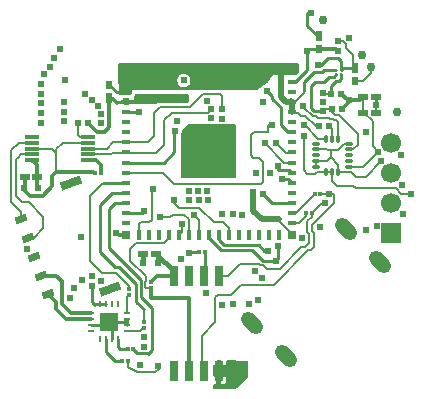
<source format=gtl>
G04 Layer: TopLayer*
G04 EasyEDA v6.5.22, 2023-01-25 14:37:09*
G04 a2e63df7a23446a2ae1eb019cd18a306,9a4ed40c0dd746429eaf55b84663d2fb,10*
G04 Gerber Generator version 0.2*
G04 Scale: 100 percent, Rotated: No, Reflected: No *
G04 Dimensions in inches *
G04 leading zeros omitted , absolute positions ,3 integer and 6 decimal *
%FSLAX36Y36*%
%MOIN*%

%AMMACRO1*21,1,$1,$2,0,0,$3*%
%AMMACRO2*4,1,4,-0.0079,0.0157,0.0079,0.0157,0.0079,-0.0157,-0.0079,-0.0157,-0.0079,0.0157,0*%
%AMMACRO3*4,1,4,-0.0079,0.0158,0.0079,0.0158,0.0079,-0.0158,-0.0079,-0.0158,-0.0079,0.0158,0*%
%AMMACRO4*1,1,$1,$2,$3*1,1,$1,$4,$5*20,1,$1,$2,$3,$4,$5,0*%
%ADD10C,0.0100*%
%ADD11C,0.0060*%
%ADD12C,0.0080*%
%ADD13C,0.0140*%
%ADD14C,0.0200*%
%ADD15C,0.0120*%
%ADD16C,0.0160*%
%ADD17C,0.0084*%
%ADD18C,0.0124*%
%ADD19C,0.0104*%
%ADD20C,0.0184*%
%ADD21C,0.0180*%
%ADD22C,0.0070*%
%ADD23R,0.0472X0.0472*%
%ADD24MACRO1,0.0213X0.0311X-90.0000*%
%ADD25MACRO1,0.0213X0.0223X90.0000*%
%ADD26MACRO1,0.0213X0.0223X0.0000*%
%ADD27R,0.0213X0.0223*%
%ADD28O,0.031495999999999996X0.011024*%
%ADD29O,0.011024X0.031495999999999996*%
%ADD30MACRO1,0.0128X0.0119X90.0000*%
%ADD31MACRO1,0.0128X0.0119X-90.0000*%
%ADD32MACRO1,0.0128X0.0119X0.0000*%
%ADD33R,0.0128X0.0119*%
%ADD34MACRO1,0.0128X0.0145X90.0000*%
%ADD35MACRO1,0.0213X0.0311X90.0000*%
%ADD36MACRO1,0.0394X0.0236X-159.9969*%
%ADD37MACRO1,0.0709X0.0276X-159.9991*%
%ADD38MACRO1,0.0709X0.0276X-160.0013*%
%ADD39MACRO1,0.0394X0.0236X-159.9987*%
%ADD40MACRO1,0.0394X0.0236X-159.9965*%
%ADD41MACRO1,0.0394X0.0236X-160.0006*%
%ADD42MACRO1,0.0394X0.0236X-159.9974*%
%ADD43R,0.0315X0.0315*%
%ADD44MACRO2*%
%ADD45R,0.0315X0.0158*%
%ADD46MACRO3*%
%ADD47R,0.0280X0.0685*%
%ADD48R,0.0236X0.0098*%
%ADD49R,0.0098X0.0236*%
%ADD50R,0.0591X0.0591*%
%ADD51MACRO1,0.0213X0.0311X0.0000*%
%ADD52R,0.0213X0.0311*%
%ADD53C,0.0079*%
%ADD54R,0.0512X0.0118*%
%ADD55MACRO4,0.0472X-0.0139X0.0139X0.0139X-0.0139*%
%ADD56C,0.0295*%
%ADD57R,0.0669X0.0669*%
%ADD58C,0.0669*%
%ADD59C,0.0240*%
%ADD60C,0.0139*%

%LPD*%
G36*
X-212520Y517220D02*
G01*
X-214040Y517500D01*
X-215340Y518360D01*
X-216220Y519680D01*
X-216540Y521200D01*
X-217180Y583720D01*
X-216800Y585860D01*
X-216800Y617820D01*
X-216500Y619360D01*
X-215620Y620660D01*
X-214340Y621520D01*
X-212800Y621820D01*
X381100Y621820D01*
X382640Y621520D01*
X383920Y620660D01*
X384799Y619360D01*
X385100Y617820D01*
X385100Y594720D01*
X384799Y593180D01*
X383920Y591880D01*
X376060Y584020D01*
X374780Y583180D01*
X373280Y582840D01*
X298720Y581900D01*
X297960Y581600D01*
X280620Y558360D01*
X279600Y557400D01*
X243700Y533940D01*
X242659Y533460D01*
X241520Y533300D01*
X123880Y533160D01*
X121460Y533340D01*
X65540Y533340D01*
X62920Y533060D01*
X-78980Y532880D01*
X-171780Y532100D01*
X-172180Y531700D01*
X-171920Y521599D01*
X-172180Y520040D01*
X-173039Y518700D01*
X-174340Y517800D01*
X-175880Y517460D01*
G37*

%LPC*%
G36*
X900Y542800D02*
G01*
X4760Y543160D01*
X8480Y544140D01*
X12000Y545800D01*
X15160Y548000D01*
X17900Y550720D01*
X20120Y553920D01*
X21740Y557400D01*
X22740Y561140D01*
X23080Y564980D01*
X22740Y568840D01*
X21740Y572600D01*
X20120Y576080D01*
X17900Y579280D01*
X15160Y582000D01*
X12000Y584200D01*
X8480Y585860D01*
X4760Y586840D01*
X900Y587200D01*
X-2960Y586840D01*
X-6680Y585860D01*
X-10200Y584200D01*
X-13360Y582000D01*
X-16100Y579280D01*
X-18320Y576080D01*
X-19940Y572600D01*
X-20940Y568840D01*
X-21280Y564980D01*
X-20940Y561140D01*
X-19940Y557400D01*
X-18320Y553920D01*
X-16100Y550720D01*
X-13360Y548000D01*
X-10200Y545800D01*
X-6680Y544140D01*
X-2960Y543160D01*
G37*

%LPD*%
G36*
X-196820Y483600D02*
G01*
X-198120Y483780D01*
X-199300Y484360D01*
X-200219Y485300D01*
X-208020Y485300D01*
X-209460Y485560D01*
X-210720Y486340D01*
X-211600Y487540D01*
X-212000Y488940D01*
X-212079Y490439D01*
X-211759Y494480D01*
X-211380Y495900D01*
X-210500Y497100D01*
X-209240Y497879D01*
X-207780Y498180D01*
X-200960Y498180D01*
X-200960Y503140D01*
X-200660Y504660D01*
X-199800Y505940D01*
X-198500Y506820D01*
X-196960Y507140D01*
X-184220Y507140D01*
X-182680Y506820D01*
X-181380Y505940D01*
X-180520Y504660D01*
X-180219Y503140D01*
X-180219Y498180D01*
X-164640Y498180D01*
X-164640Y499380D01*
X-164920Y501860D01*
X-165680Y504000D01*
X-166020Y504560D01*
X-166600Y506260D01*
X-166420Y508000D01*
X-165479Y509520D01*
X-163800Y511220D01*
X-162600Y513160D01*
X-161400Y516640D01*
X-160520Y517740D01*
X-159300Y518440D01*
X-157920Y518700D01*
X10900Y518700D01*
X12020Y518940D01*
X13779Y518880D01*
X15340Y518100D01*
X16420Y516700D01*
X16800Y514980D01*
X16800Y494980D01*
X16500Y493500D01*
X15680Y492220D01*
X14420Y491320D01*
X12940Y491000D01*
X2500Y490640D01*
X-79080Y490640D01*
X-82220Y490300D01*
X-85040Y489380D01*
X-87560Y487939D01*
X-88460Y487560D01*
X-89420Y487400D01*
X-160500Y484900D01*
X-161460Y484960D01*
X-162380Y485300D01*
X-181320Y485300D01*
X-182580Y484400D01*
X-184080Y484080D01*
G37*

%LPD*%
G36*
X-5100Y238700D02*
G01*
X-6640Y239000D01*
X-7920Y239880D01*
X-8800Y241180D01*
X-9100Y242680D01*
X-9100Y384720D01*
X-8720Y386400D01*
X-7560Y388920D01*
X-6560Y392640D01*
X-6220Y396560D01*
X-6000Y398260D01*
X-5060Y399720D01*
X12720Y417540D01*
X14020Y418380D01*
X15560Y418700D01*
X171400Y418700D01*
X172940Y418380D01*
X174220Y417540D01*
X175100Y416240D01*
X175400Y414700D01*
X175400Y242680D01*
X175100Y241180D01*
X174220Y239880D01*
X172940Y239000D01*
X171400Y238700D01*
G37*

%LPD*%
G36*
X103760Y-465580D02*
G01*
X102220Y-465280D01*
X100920Y-464440D01*
X100040Y-463140D01*
X99740Y-461599D01*
X99680Y-451180D01*
X99980Y-449660D01*
X100860Y-448340D01*
X102160Y-447460D01*
X103680Y-447160D01*
X107700Y-447160D01*
X107700Y-422340D01*
X103539Y-422340D01*
X102000Y-422020D01*
X100719Y-421180D01*
X99840Y-419880D01*
X99540Y-418360D01*
X99380Y-387080D01*
X99680Y-385540D01*
X100559Y-384260D01*
X101860Y-383360D01*
X103379Y-383080D01*
X107700Y-383080D01*
X107700Y-372540D01*
X108000Y-371000D01*
X108880Y-369700D01*
X110200Y-368820D01*
X111740Y-368540D01*
X122739Y-368680D01*
X124260Y-368960D01*
X125540Y-369860D01*
X126400Y-371160D01*
X126700Y-372660D01*
X126700Y-383080D01*
X141400Y-383080D01*
X141400Y-372920D01*
X141700Y-371380D01*
X142580Y-370080D01*
X143900Y-369200D01*
X145440Y-368940D01*
X210020Y-369660D01*
X211520Y-369960D01*
X212800Y-370820D01*
X213660Y-372080D01*
X213980Y-373579D01*
X214880Y-422260D01*
X214600Y-423780D01*
X213780Y-425100D01*
X186700Y-453980D01*
X181460Y-460460D01*
X180260Y-461440D01*
X178780Y-461900D01*
X169460Y-462900D01*
X146280Y-464560D01*
X123080Y-465480D01*
G37*

%LPC*%
G36*
X126700Y-447160D02*
G01*
X130980Y-447160D01*
X133460Y-446860D01*
X135620Y-446120D01*
X137540Y-444900D01*
X139160Y-443320D01*
X140360Y-441380D01*
X141120Y-439240D01*
X141400Y-436740D01*
X141400Y-422340D01*
X126700Y-422340D01*
G37*

%LPD*%
G36*
X81920Y411440D02*
G01*
X58300Y387819D01*
X58300Y364200D01*
X105540Y364200D01*
X105540Y411440D01*
G37*
D10*
X72209Y-7199D02*
G01*
X72209Y-83099D01*
X67200Y-88110D01*
X53189Y-7199D02*
G01*
X20599Y-7199D01*
X18499Y-9299D01*
D11*
X360619Y48730D02*
G01*
X360619Y53530D01*
X316920Y97229D01*
X316920Y101129D01*
D10*
X-246999Y505940D02*
G01*
X-237539Y505940D01*
X-221900Y490300D01*
X-220470Y491729D01*
X-190590Y491729D01*
X279819Y530830D02*
G01*
X296319Y514329D01*
X296319Y503130D01*
X324920Y474529D01*
X324920Y414830D01*
X348419Y391230D01*
X360619Y391230D01*
D12*
X360619Y123530D02*
G01*
X373919Y123530D01*
X437219Y186829D01*
X360619Y90030D02*
G01*
X384520Y90030D01*
X408620Y114130D01*
X408620Y122229D01*
X360619Y491630D02*
G01*
X370119Y491630D01*
X401019Y522530D01*
X401019Y532730D01*
D11*
X-107979Y-127170D02*
G01*
X-124380Y-127170D01*
X-126779Y-124769D01*
X-126480Y-87770D01*
X-177979Y-36570D01*
X-177979Y2229D01*
X-158079Y22130D01*
X-158079Y22629D02*
G01*
X-63379Y22629D01*
X-51279Y34729D01*
X-51279Y46329D01*
X-48879Y48730D01*
X599740Y456700D02*
G01*
X602699Y456700D01*
X630799Y428600D01*
X630799Y344800D01*
X649799Y325799D01*
X642619Y483629D02*
G01*
X642619Y456729D01*
X-15780Y139729D02*
G01*
X52919Y139729D01*
X100820Y91829D01*
X131517Y91829D01*
X151930Y71417D01*
X151930Y48719D01*
X-30600Y167500D02*
G01*
X-30600Y154499D01*
X-15799Y139699D01*
D12*
X427619Y122229D02*
G01*
X427619Y109429D01*
X412719Y94630D01*
X412719Y59830D01*
X419719Y52229D01*
X419719Y21329D01*
X406319Y7930D01*
X392820Y7930D01*
X321120Y-63769D01*
X277519Y-63769D01*
X265419Y-51669D01*
X253919Y-51669D01*
X251019Y-48769D01*
X188220Y-48769D01*
X148919Y-88070D01*
X117219Y-88070D01*
D11*
X62919Y-375970D02*
G01*
X62919Y-286069D01*
X106520Y-241970D01*
X106520Y-157970D01*
X114120Y-150670D01*
X159219Y-150670D01*
X192519Y-117370D01*
X300619Y-117370D01*
X416620Y-1370D01*
X425519Y-1370D01*
X436019Y9130D01*
X436019Y55030D01*
X428019Y63029D01*
X428019Y81030D01*
X449420Y102429D01*
D12*
X-189149Y-210210D02*
G01*
X-189149Y-158760D01*
X-181499Y-151109D01*
X-190590Y357770D02*
G01*
X-118541Y357770D01*
X-98280Y378031D01*
X-98280Y457429D01*
X-79282Y476428D01*
X22622Y476428D01*
X65321Y519130D01*
X121620Y519130D01*
X128720Y512029D01*
X128720Y468629D01*
X91719Y468130D02*
G01*
X80122Y456529D01*
X-39780Y456529D01*
X-64282Y432029D01*
X-64282Y350828D01*
X-90801Y324310D01*
X-190590Y324310D01*
X-15389Y48719D02*
G01*
X-4858Y59250D01*
X-4858Y86028D01*
D13*
X-223779Y56630D02*
G01*
X-215870Y48719D01*
X-190590Y48719D01*
D14*
X233000Y192100D02*
G01*
X233000Y128899D01*
X260770Y101129D01*
X316920Y101129D01*
D11*
X449420Y102429D02*
G01*
X473220Y126329D01*
X473220Y126329D01*
X502119Y155230D01*
X502119Y186430D01*
X486120Y186430D01*
D10*
X265298Y185498D02*
G01*
X293806Y156990D01*
X360590Y156990D01*
D11*
X271000Y355398D02*
G01*
X335550Y290850D01*
X360590Y290850D01*
X309399Y355198D02*
G01*
X340288Y324310D01*
X360590Y324310D01*
D12*
X427611Y122201D02*
G01*
X462910Y157500D01*
X470699Y157500D01*
X486099Y186399D02*
G01*
X485698Y186801D01*
X456211Y186801D01*
D15*
X17219Y-402669D02*
G01*
X17219Y-162170D01*
X-107979Y-162170D01*
X-107979Y-127170D01*
D16*
X-83699Y-44699D02*
G01*
X-83699Y-20740D01*
X-90839Y-13600D01*
D15*
X-107997Y-108189D02*
G01*
X-87917Y-88110D01*
X-32799Y-88110D01*
D12*
X-181500Y-132089D02*
G01*
X-181500Y-120552D01*
X-224081Y-77970D01*
X-270078Y-77970D01*
X-310380Y-37669D01*
X-310380Y179729D01*
X-268578Y221529D01*
D15*
X-295180Y254929D02*
G01*
X-301180Y260830D01*
X-423680Y260830D01*
D12*
X-189149Y-269270D02*
G01*
X-143667Y-269270D01*
X-134209Y-259810D01*
X-132798Y-259810D01*
D13*
X-486000Y207400D02*
G01*
X-486940Y208339D01*
X-486940Y244299D01*
X-530698Y207400D02*
G01*
X-529859Y208238D01*
X-529859Y244299D01*
X-486939Y244301D02*
G01*
X-486939Y283092D01*
X-499067Y295219D01*
X-503420Y295219D01*
D17*
X-268578Y221556D02*
G01*
X-266216Y223919D01*
X-190590Y223919D01*
X-133100Y129800D02*
G01*
X-139382Y123519D01*
X-190590Y123519D01*
D18*
X515100Y662660D02*
G01*
X508688Y669070D01*
X452821Y669070D01*
D19*
X411700Y661700D02*
G01*
X419070Y669070D01*
X452821Y669070D01*
X-247002Y548861D02*
G01*
X-223240Y525099D01*
X-190590Y525099D01*
D17*
X316099Y13800D02*
G01*
X316099Y-27800D01*
X307899Y-35999D01*
X282719Y-3369D02*
G01*
X269818Y-3369D01*
X250122Y16329D01*
X133617Y16329D01*
X118459Y31487D01*
X118459Y48719D01*
D20*
X360590Y458170D02*
G01*
X360590Y491368D01*
X357510Y494448D01*
X360590Y491630D02*
G01*
X340568Y491630D01*
X324198Y507998D01*
X324198Y594690D01*
X316171Y602721D01*
D17*
X642339Y510169D02*
G01*
X642339Y483861D01*
X642600Y483600D01*
D18*
X528739Y469800D02*
G01*
X550999Y492060D01*
X550999Y498899D01*
X526538Y520000D02*
G01*
X547638Y498899D01*
X550999Y498899D01*
X599418Y510169D02*
G01*
X588149Y498899D01*
X550999Y498899D01*
D21*
X-134300Y-43400D02*
G01*
X-133760Y-42860D01*
X-133760Y-13600D01*
D12*
X464200Y522300D02*
G01*
X466499Y520000D01*
X492461Y520000D01*
X463599Y461999D02*
G01*
X471400Y469800D01*
X494657Y469800D01*
X-149250Y48719D02*
G01*
X-149250Y84850D01*
X-142500Y91599D01*
X-113599Y91599D01*
X-105097Y100099D01*
X-105097Y197400D01*
X-100298Y202201D01*
D19*
X-190590Y458170D02*
G01*
X-149828Y458170D01*
X-147997Y460000D01*
D21*
X-32780Y-88070D02*
G01*
X-32780Y-71669D01*
X-90879Y-13569D01*
D17*
X360590Y223919D02*
G01*
X349908Y234600D01*
X327402Y234600D01*
X360590Y257379D02*
G01*
X352939Y265030D01*
X313418Y265030D01*
X313418Y279329D01*
D12*
X-132799Y-240790D02*
G01*
X-132799Y-198499D01*
D17*
X-190590Y190450D02*
G01*
X-239561Y190450D01*
X-279580Y150430D01*
X-279580Y-7069D01*
X-229678Y-56968D01*
X-213578Y-56968D01*
X-157480Y-113070D01*
X-157480Y-173771D01*
X-132777Y-198470D01*
X492420Y520030D02*
G01*
X492619Y546929D01*
X505720Y560030D01*
X524970Y584429D02*
G01*
X524970Y569870D01*
X517299Y562199D01*
X507889Y562199D01*
X505720Y560030D01*
X524970Y600169D02*
G01*
X530160Y605360D01*
X570500Y605360D01*
X524970Y623528D02*
G01*
X524970Y629130D01*
X515000Y639099D01*
X481499Y639099D01*
X458999Y616599D01*
X446999Y616599D01*
X-218750Y-298859D02*
G01*
X-218750Y-324349D01*
X-211599Y-331500D01*
X-186509Y-331500D01*
X-167480Y-331469D02*
G01*
X-153980Y-345270D01*
X-117080Y-345270D01*
X-304600Y-119800D02*
G01*
X-304600Y-175199D01*
X-296599Y-183200D01*
X-294149Y-180749D01*
X-277809Y-180749D01*
X-277809Y-180749D02*
G01*
X-258119Y-180749D01*
D15*
X-473990Y-86069D02*
G01*
X-424131Y-86069D01*
X-404800Y-105401D01*
X-404800Y-181102D01*
X-375630Y-210270D01*
X-307260Y-210270D01*
X-451099Y-148960D02*
G01*
X-424477Y-175581D01*
X-424477Y-197119D01*
X-391640Y-229960D01*
X-307260Y-229960D01*
D17*
X-238440Y-298859D02*
G01*
X-238440Y-249560D01*
X-248199Y-239800D01*
X-307259Y-249639D02*
G01*
X-258040Y-249639D01*
X-248199Y-239800D01*
X-189149Y-229900D02*
G01*
X-189149Y-249580D01*
X-189149Y-229900D02*
G01*
X-199049Y-239800D01*
X-248199Y-239800D01*
D12*
X-190590Y257379D02*
G01*
X-68531Y257379D01*
X-30982Y219830D01*
X259921Y219830D01*
X265122Y225030D01*
X265122Y292930D01*
X252318Y305828D01*
X232119Y305828D01*
X223519Y314429D01*
X223519Y383728D01*
X233519Y393728D01*
X281918Y393728D01*
X281918Y416428D01*
X295122Y416428D01*
D19*
X-28379Y396529D02*
G01*
X-32280Y392631D01*
X-32280Y325030D01*
X-66460Y290850D01*
X-190590Y290850D01*
D11*
X-77300Y108699D02*
G01*
X-43800Y108699D01*
X-35500Y116999D01*
X-35497Y117001D02*
G01*
X1201Y117001D01*
X16801Y101399D01*
X16801Y49987D01*
X18069Y48719D01*
D12*
X36201Y115999D02*
G01*
X51539Y100661D01*
X51539Y48719D01*
D17*
X509219Y584429D02*
G01*
X500320Y575529D01*
X485419Y575529D01*
X469619Y559729D01*
X438720Y559729D01*
X423819Y545030D01*
X423819Y473479D01*
X434200Y463099D01*
X462500Y463099D01*
X463599Y461999D01*
X460919Y593429D02*
G01*
X434719Y593429D01*
X401019Y559729D01*
X401019Y528220D01*
D12*
X599420Y510129D02*
G01*
X599719Y456729D01*
X485342Y412698D02*
G01*
X495399Y402640D01*
X495399Y369819D01*
D17*
X307899Y-35999D02*
G01*
X263900Y-35999D01*
X228099Y-199D01*
X125101Y-199D01*
X85000Y39902D01*
X85000Y48719D01*
D12*
X360590Y458170D02*
G01*
X363329Y455430D01*
X382919Y455430D01*
X391318Y447029D01*
X406620Y447029D01*
X440918Y412730D01*
X451220Y412730D01*
X398220Y480830D02*
G01*
X398220Y476829D01*
X430119Y444929D01*
X441719Y444929D01*
X449020Y437930D01*
X485720Y437930D01*
X487619Y436030D01*
X497719Y436030D01*
X501319Y432429D01*
X507719Y432429D01*
X515119Y425030D01*
X515119Y369830D01*
X649799Y325799D02*
G01*
X599329Y275329D01*
X550519Y275329D01*
X550519Y334389D02*
G01*
X565190Y334389D01*
X580900Y350099D01*
X580900Y385199D01*
X517500Y448600D01*
X504300Y448600D01*
X494679Y458220D01*
X494679Y469830D01*
X400720Y414429D02*
G01*
X403819Y414429D01*
X448519Y369830D01*
X475720Y369830D01*
X440280Y295019D02*
G01*
X440280Y275329D01*
X475709Y259589D02*
G01*
X495399Y259589D01*
X440320Y334429D02*
G01*
X514020Y333530D01*
X534619Y354029D01*
X550519Y354029D01*
X440280Y295019D02*
G01*
X477219Y295019D01*
X490513Y308312D01*
X490513Y333816D01*
X490513Y308312D02*
G01*
X515079Y283746D01*
X515079Y259589D01*
X495399Y259589D02*
G01*
X495399Y230099D01*
X511669Y213829D01*
X566620Y213829D01*
X575219Y205230D01*
X708119Y205230D01*
X725820Y187530D01*
X758519Y187530D01*
X400720Y380329D02*
G01*
X400419Y265529D01*
X412820Y253130D01*
X439819Y253130D01*
X446319Y259630D01*
X475720Y259630D01*
X659600Y295099D02*
G01*
X606999Y242500D01*
X575999Y242500D01*
X558909Y259589D01*
X515079Y259589D01*
D17*
X411698Y661700D02*
G01*
X411698Y599301D01*
X370959Y558559D01*
X360590Y558559D01*
D19*
X452820Y712029D02*
G01*
X446920Y712029D01*
X412719Y746230D01*
X412719Y790729D01*
X426220Y790729D01*
D12*
X570519Y562429D02*
G01*
X600019Y563429D01*
X625519Y588930D01*
X625519Y609130D01*
D17*
X509219Y600129D02*
G01*
X467719Y600129D01*
X460919Y593429D01*
X524970Y600169D02*
G01*
X524970Y623530D01*
D15*
X-317461Y423600D02*
G01*
X-287660Y393800D01*
X-261698Y393800D01*
X-246999Y408499D01*
X-246999Y505940D01*
D12*
X-542680Y102629D02*
G01*
X-542680Y126729D01*
X-573879Y158029D01*
X-573879Y331030D01*
X-547680Y357229D01*
X-503379Y357229D01*
X-503379Y317829D02*
G01*
X-541180Y317829D01*
X-552979Y307029D01*
X-557480Y302530D01*
X-557480Y179630D01*
X-537280Y159429D01*
X-516480Y159429D01*
X-466679Y109630D01*
X-466679Y72730D01*
X-499679Y39729D01*
X-519780Y39729D01*
X-351480Y423629D02*
G01*
X-351480Y383029D01*
X-345380Y376929D01*
X-318379Y376929D01*
X-318379Y357229D02*
G01*
X-400879Y357229D01*
X-423580Y334429D01*
X-423580Y322229D01*
X-438879Y337530D01*
X-503379Y337530D01*
X-423580Y322229D02*
G01*
X-423680Y260830D01*
D15*
X-423680Y260830D02*
G01*
X-438199Y246309D01*
X-438199Y211599D01*
X-468900Y180900D01*
X-513100Y180900D01*
X-530699Y198499D01*
X-530699Y207399D01*
X-273578Y254929D02*
G01*
X-273578Y281678D01*
X-290050Y298148D01*
X-318379Y298148D01*
D12*
X-190591Y324310D02*
G01*
X-233892Y324310D01*
X-240372Y317829D01*
X-318379Y317829D01*
X-190591Y357770D02*
G01*
X-236225Y357770D01*
X-256486Y337509D01*
X-318379Y337509D01*
D22*
X-186180Y-371069D02*
G01*
X-186080Y-389270D01*
X-180979Y-394369D01*
X-177880Y-394369D01*
X-175280Y-396970D01*
X-171580Y-396970D01*
X-168479Y-400070D01*
X-165280Y-400070D01*
X-161080Y-404270D01*
X-155479Y-404270D01*
X-155479Y-408870D01*
X-95380Y-408870D01*
X-83280Y-396770D01*
X-83280Y-387370D01*
D17*
X-258079Y-298870D02*
G01*
X-258079Y-339769D01*
X-226779Y-371069D01*
X-205180Y-371069D01*
X-117080Y-345970D02*
G01*
X-106580Y-335470D01*
X-106580Y-192970D01*
X-141679Y-157570D01*
X-141679Y-101970D01*
X-249780Y6030D01*
X-249780Y136630D01*
X-229380Y157029D01*
X-190579Y157029D01*
D12*
X515119Y696729D02*
G01*
X516819Y695030D01*
X533119Y695030D01*
X543019Y685129D01*
X543019Y671829D01*
X564619Y650230D01*
X564619Y605329D01*
X570519Y605329D01*
D23*
G01*
X81920Y327130D03*
G01*
X81920Y392089D03*
G01*
X146880Y392089D03*
G01*
X146880Y327130D03*
G01*
X146880Y262170D03*
G01*
X81920Y262170D03*
G01*
X16959Y262170D03*
G01*
X16959Y327130D03*
D24*
G01*
X599740Y456700D03*
G01*
X642659Y456700D03*
D25*
G01*
X485340Y412699D03*
G01*
X451259Y412699D03*
D26*
G01*
X400699Y414440D03*
D27*
G01*
X400699Y380360D03*
D28*
G01*
X550519Y275329D03*
G01*
X550519Y295019D03*
G01*
X550519Y314699D03*
G01*
X550519Y334389D03*
G01*
X550519Y354070D03*
D29*
G01*
X515079Y369819D03*
G01*
X495399Y369819D03*
G01*
X475709Y369819D03*
D28*
G01*
X440280Y354070D03*
G01*
X440280Y334389D03*
G01*
X440280Y314699D03*
G01*
X440280Y295019D03*
G01*
X440280Y275329D03*
D29*
G01*
X475709Y259589D03*
G01*
X495399Y259589D03*
G01*
X515079Y259589D03*
D24*
G01*
X599461Y510129D03*
G01*
X642379Y510129D03*
D25*
G01*
X528760Y469829D03*
G01*
X494679Y469829D03*
G01*
X526560Y520029D03*
G01*
X492479Y520029D03*
D30*
G01*
X-186190Y-371100D03*
G01*
X-205209Y-371100D03*
D25*
G01*
X-317439Y423630D03*
G01*
X-351520Y423630D03*
D30*
G01*
X427629Y122229D03*
G01*
X408609Y122229D03*
D31*
G01*
X53189Y-7200D03*
G01*
X72209Y-7200D03*
D30*
G01*
X456210Y186799D03*
G01*
X437190Y186799D03*
D32*
G01*
X-107999Y-127210D03*
D33*
G01*
X-108000Y-108189D03*
D34*
G01*
X-273604Y254899D03*
G01*
X-295196Y254899D03*
D32*
G01*
X-181500Y-132090D03*
D33*
G01*
X-181500Y-151109D03*
D32*
G01*
X-132800Y-240790D03*
D33*
G01*
X-132799Y-259810D03*
D30*
G01*
X-167489Y-331500D03*
G01*
X-186509Y-331500D03*
D35*
G01*
X-486940Y244300D03*
G01*
X-529858Y244300D03*
D36*
G01*
X-542662Y102595D03*
D37*
G01*
X-374354Y221477D03*
D38*
G01*
X-245757Y-131834D03*
D39*
G01*
X-519774Y39710D03*
D40*
G01*
X-496882Y-23182D03*
D41*
G01*
X-473994Y-86068D03*
D42*
G01*
X-451104Y-148961D03*
D43*
G01*
X-190590Y600000D03*
D44*
G01*
X-149254Y600000D03*
G01*
X-115785Y600000D03*
G01*
X-82325Y600000D03*
G01*
X-48854Y600000D03*
G01*
X-15395Y600000D03*
G01*
X18069Y600000D03*
G01*
X51534Y600000D03*
G01*
X118465Y600000D03*
G01*
X85000Y600000D03*
G01*
X151929Y600000D03*
G01*
X185394Y600000D03*
G01*
X218854Y600000D03*
G01*
X252324Y600000D03*
G01*
X285785Y600000D03*
G01*
X319254Y600000D03*
D43*
G01*
X360590Y600000D03*
D45*
G01*
X360590Y558659D03*
G01*
X360590Y525199D03*
G01*
X360590Y491729D03*
G01*
X360590Y458269D03*
G01*
X360590Y424800D03*
G01*
X360590Y391340D03*
G01*
X360590Y357869D03*
G01*
X360590Y324409D03*
G01*
X360590Y290949D03*
G01*
X360590Y257480D03*
G01*
X360590Y224020D03*
G01*
X360590Y190549D03*
G01*
X360590Y157089D03*
G01*
X360590Y123620D03*
G01*
X360590Y90160D03*
D43*
G01*
X360590Y48820D03*
D46*
G01*
X319254Y48819D03*
G01*
X285785Y48819D03*
G01*
X252324Y48819D03*
G01*
X218854Y48819D03*
G01*
X185394Y48819D03*
G01*
X151929Y48819D03*
G01*
X118465Y48819D03*
G01*
X85000Y48819D03*
G01*
X51534Y48819D03*
G01*
X18069Y48819D03*
G01*
X-15395Y48819D03*
G01*
X-48854Y48819D03*
G01*
X-82325Y48819D03*
G01*
X-115785Y48819D03*
G01*
X-149254Y48819D03*
D43*
G01*
X-190590Y48820D03*
D45*
G01*
X-190590Y90160D03*
G01*
X-190590Y123620D03*
G01*
X-190590Y157089D03*
G01*
X-190590Y190549D03*
G01*
X-190590Y224020D03*
G01*
X-190590Y257480D03*
G01*
X-190590Y290949D03*
G01*
X-190590Y324409D03*
G01*
X-190590Y357869D03*
G01*
X-190590Y391340D03*
G01*
X-190590Y424800D03*
G01*
X-190590Y458269D03*
G01*
X-190590Y491729D03*
G01*
X-190590Y558659D03*
G01*
X-190590Y525199D03*
D47*
G01*
X-32799Y-402699D03*
G01*
X17200Y-402699D03*
G01*
X67200Y-402699D03*
G01*
X117200Y-402699D03*
G01*
X117200Y-88110D03*
G01*
X67200Y-88110D03*
G01*
X17200Y-88110D03*
G01*
X-32799Y-88110D03*
D48*
G01*
X-189149Y-269270D03*
G01*
X-189149Y-249580D03*
G01*
X-189149Y-229900D03*
G01*
X-189149Y-210210D03*
D49*
G01*
X-218750Y-180749D03*
G01*
X-238440Y-180749D03*
G01*
X-258119Y-180749D03*
G01*
X-277809Y-180749D03*
D48*
G01*
X-307259Y-210270D03*
G01*
X-307259Y-229960D03*
G01*
X-307259Y-249639D03*
G01*
X-307259Y-269270D03*
D49*
G01*
X-277809Y-298859D03*
G01*
X-258119Y-298859D03*
G01*
X-238440Y-298859D03*
G01*
X-218750Y-298859D03*
D50*
G01*
X-248199Y-239800D03*
D51*
G01*
X-246999Y505940D03*
D52*
G01*
X-246999Y548859D03*
D51*
G01*
X452820Y711988D03*
D52*
G01*
X452820Y669070D03*
D35*
G01*
X-90841Y-13600D03*
G01*
X-133759Y-13600D03*
D51*
G01*
X570500Y605358D03*
D52*
G01*
X570500Y562440D03*
D26*
G01*
X515100Y662659D03*
D27*
G01*
X515100Y696739D03*
D53*
G01*
X509229Y600169D03*
G01*
X524970Y600169D03*
G01*
X509229Y584429D03*
G01*
X524970Y584429D03*
D54*
G01*
X-318379Y298150D03*
G01*
X-318379Y317829D03*
G01*
X-318379Y337509D03*
G01*
X-318379Y357199D03*
G01*
X-318379Y376889D03*
G01*
X-503420Y376880D03*
G01*
X-503420Y357199D03*
G01*
X-503420Y337519D03*
G01*
X-503420Y317829D03*
G01*
X-503420Y298139D03*
D55*
G01*
X542790Y69410D03*
G01*
X654140Y-41950D03*
G01*
X229879Y-243490D03*
G01*
X341240Y-354850D03*
D56*
G01*
X712139Y459130D03*
G01*
X625529Y609149D03*
G01*
X594319Y650889D03*
G01*
X465599Y766799D03*
D57*
G01*
X693299Y55700D03*
D58*
G01*
X693299Y155700D03*
G01*
X693299Y255700D03*
G01*
X693299Y355700D03*
D59*
G01*
X-113400Y557800D03*
G01*
X260509Y-93229D03*
G01*
X239979Y-71359D03*
G01*
X395000Y40500D03*
G01*
X163400Y-180500D03*
G01*
X129600Y-182400D03*
G01*
X-131279Y-291269D03*
G01*
X-130479Y-322770D03*
G01*
X644799Y78600D03*
G01*
X732619Y118629D03*
G01*
X729020Y217629D03*
G01*
X724619Y315830D03*
G01*
X327399Y234600D03*
G01*
X313400Y279299D03*
G01*
X-148000Y460000D03*
G01*
X-83299Y-387400D03*
G01*
X-133100Y129800D03*
G01*
X411700Y661700D03*
G01*
X-28400Y396500D03*
G01*
X-142300Y557699D03*
G01*
X-84099Y557500D03*
G01*
X-54099Y557500D03*
G01*
X153400Y-433099D03*
G01*
X185999Y-427100D03*
G01*
X248199Y-167400D03*
G01*
X-253299Y-242500D03*
G01*
X307899Y-35999D03*
G01*
X282699Y-3400D03*
G01*
X316099Y13800D03*
G01*
X77799Y346399D03*
G01*
X426199Y790700D03*
G01*
X642600Y483600D03*
G01*
X-144099Y-383400D03*
G01*
X550999Y498899D03*
G01*
X288099Y255900D03*
G01*
X-399300Y428200D03*
G01*
X-399300Y460199D03*
G01*
X-399300Y492199D03*
G01*
X-474099Y423699D03*
G01*
X-474099Y455700D03*
G01*
X-474099Y487699D03*
G01*
X-474099Y519699D03*
G01*
X-474099Y551700D03*
G01*
X-465600Y585000D03*
G01*
X-443299Y610099D03*
G01*
X-393400Y565700D03*
G01*
X-432300Y640300D03*
G01*
X-410299Y669000D03*
G01*
X-326999Y520399D03*
G01*
X-305000Y499899D03*
G01*
X-284300Y478499D03*
G01*
X-273800Y451500D03*
G01*
X-274300Y423499D03*
G01*
X219719Y-178989D03*
G01*
X-486000Y207399D03*
G01*
X-530699Y207399D03*
G01*
X-134300Y-43400D03*
G01*
X75999Y-143600D03*
G01*
X-364099Y-128299D03*
G01*
X-379099Y-159200D03*
G01*
X-337799Y-101300D03*
G01*
X-304600Y-119800D03*
G01*
X-305299Y-87400D03*
G01*
X-273400Y-104400D03*
G01*
X-83699Y-44699D03*
G01*
X486099Y186399D03*
G01*
X470699Y157500D03*
G01*
X36199Y115999D03*
G01*
X18000Y196399D03*
G01*
X49099Y196399D03*
G01*
X79399Y195999D03*
G01*
X19399Y166399D03*
G01*
X50199Y166199D03*
G01*
X80799Y166999D03*
G01*
X609600Y393899D03*
G01*
X91700Y468099D03*
G01*
X128699Y468600D03*
G01*
X129200Y437100D03*
G01*
X91899Y437699D03*
G01*
X464200Y522300D03*
G01*
X463599Y461999D03*
G01*
X464099Y492199D03*
G01*
X-100299Y202199D03*
G01*
X-22899Y427699D03*
G01*
X242100Y254800D03*
G01*
X295100Y416399D03*
G01*
X-77300Y108699D03*
G01*
X270999Y355399D03*
G01*
X309399Y355199D03*
G01*
X18499Y-9299D03*
G01*
X265299Y185500D03*
G01*
X-6800Y-31900D03*
G01*
X233000Y192100D03*
G01*
X-60299Y505599D03*
G01*
X-28100Y505599D03*
G01*
X4300Y505700D03*
G01*
X456220Y76529D03*
G01*
X79300Y495700D03*
G01*
X263400Y493600D03*
G01*
X279799Y530799D03*
G01*
X609499Y67199D03*
G01*
X-223800Y56599D03*
G01*
X900Y565000D03*
G01*
X-4859Y86030D03*
G01*
X195000Y116500D03*
G01*
X163599Y117899D03*
G01*
X129300Y117899D03*
G01*
X-340399Y42899D03*
G01*
X-30600Y167500D03*
G01*
X659600Y295099D03*
G01*
X649799Y325799D03*
G01*
X446999Y616599D03*
G01*
X398199Y480799D03*
G01*
X758499Y187500D03*
G01*
X553299Y705999D03*
G01*
X-522600Y3099D03*
M02*

</source>
